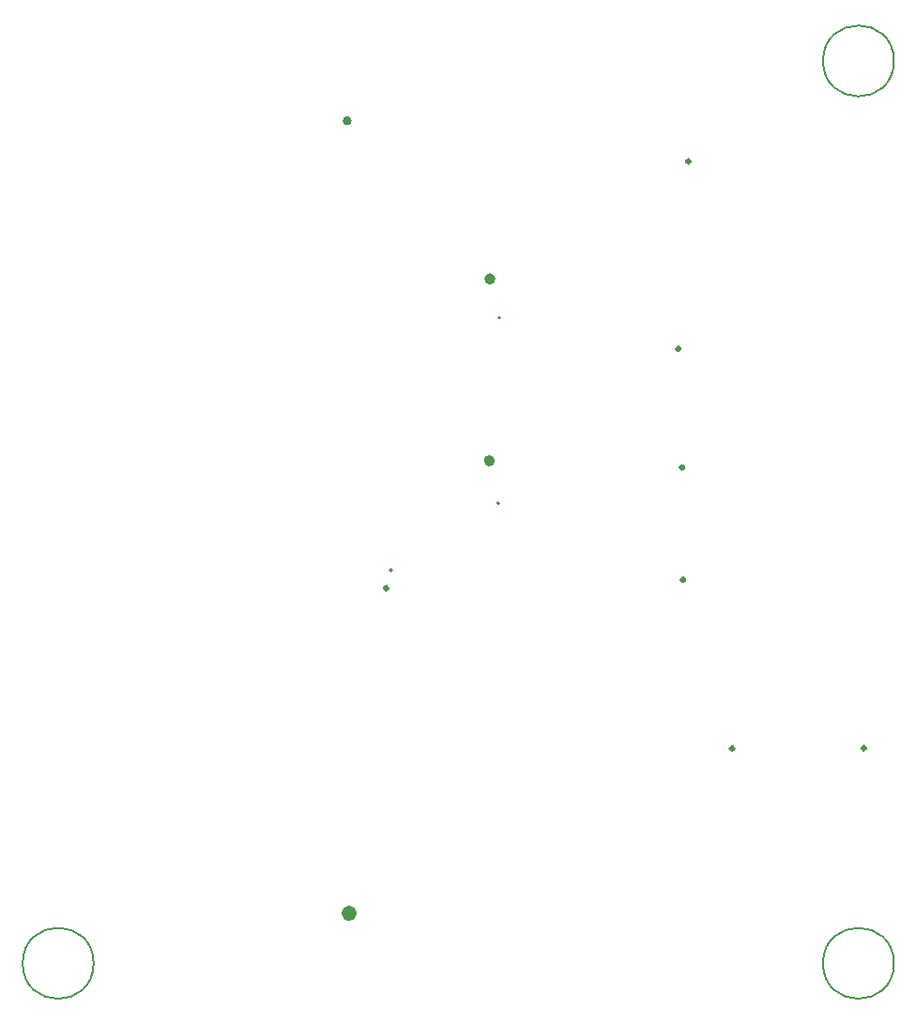
<source format=gbr>
%TF.GenerationSoftware,KiCad,Pcbnew,9.0.0*%
%TF.CreationDate,2025-08-03T03:58:21+03:00*%
%TF.ProjectId,HOT_AIRGUN_EXTRADOPE-rounded,484f545f-4149-4524-9755-4e5f45585452,rev?*%
%TF.SameCoordinates,Original*%
%TF.FileFunction,Other,Comment*%
%FSLAX46Y46*%
G04 Gerber Fmt 4.6, Leading zero omitted, Abs format (unit mm)*
G04 Created by KiCad (PCBNEW 9.0.0) date 2025-08-03 03:58:21*
%MOMM*%
%LPD*%
G01*
G04 APERTURE LIST*
%ADD10C,0.150000*%
%ADD11C,0.300000*%
%ADD12C,0.200000*%
%ADD13C,0.400000*%
%ADD14C,0.500000*%
%ADD15C,0.700000*%
G04 APERTURE END LIST*
D10*
%TO.C,H1*%
X79200000Y85200000D02*
G75*
G02*
X72800000Y85200000I-3200000J0D01*
G01*
X72800000Y85200000D02*
G75*
G02*
X79200000Y85200000I3200000J0D01*
G01*
D11*
%TO.C,Q7*%
X60250000Y48531075D02*
G75*
G02*
X59950000Y48531075I-150000J0D01*
G01*
X59950000Y48531075D02*
G75*
G02*
X60250000Y48531075I150000J0D01*
G01*
%TO.C,U6*%
X76640000Y23201075D02*
G75*
G02*
X76340000Y23201075I-150000J0D01*
G01*
X76340000Y23201075D02*
G75*
G02*
X76640000Y23201075I150000J0D01*
G01*
D12*
%TO.C,U3*%
X33925000Y39256075D02*
G75*
G02*
X33725000Y39256075I-100000J0D01*
G01*
X33725000Y39256075D02*
G75*
G02*
X33925000Y39256075I100000J0D01*
G01*
D11*
%TO.C,Q9*%
X59900000Y59231075D02*
G75*
G02*
X59600000Y59231075I-150000J0D01*
G01*
X59600000Y59231075D02*
G75*
G02*
X59900000Y59231075I150000J0D01*
G01*
D13*
%TO.C,U1*%
X30080000Y79801075D02*
G75*
G02*
X29680000Y79801075I-200000J0D01*
G01*
X29680000Y79801075D02*
G75*
G02*
X30080000Y79801075I200000J0D01*
G01*
D12*
%TO.C,Q5*%
X43600000Y45291075D02*
G75*
G02*
X43400000Y45291075I-100000J0D01*
G01*
X43400000Y45291075D02*
G75*
G02*
X43600000Y45291075I100000J0D01*
G01*
D14*
%TO.C,T1*%
X43000000Y65531075D02*
G75*
G02*
X42500000Y65531075I-250000J0D01*
G01*
X42500000Y65531075D02*
G75*
G02*
X43000000Y65531075I250000J0D01*
G01*
D10*
%TO.C,H3*%
X7000000Y3800000D02*
G75*
G02*
X600000Y3800000I-3200000J0D01*
G01*
X600000Y3800000D02*
G75*
G02*
X7000000Y3800000I3200000J0D01*
G01*
D11*
%TO.C,U5*%
X60795005Y76141075D02*
G75*
G02*
X60495005Y76141075I-150000J0D01*
G01*
X60495005Y76141075D02*
G75*
G02*
X60795005Y76141075I150000J0D01*
G01*
%TO.C,Q8*%
X60325000Y38381075D02*
G75*
G02*
X60025000Y38381075I-150000J0D01*
G01*
X60025000Y38381075D02*
G75*
G02*
X60325000Y38381075I150000J0D01*
G01*
%TO.C,U8*%
X64755000Y23176075D02*
G75*
G02*
X64455000Y23176075I-150000J0D01*
G01*
X64455000Y23176075D02*
G75*
G02*
X64755000Y23176075I150000J0D01*
G01*
D10*
%TO.C,H2*%
X79200000Y3800000D02*
G75*
G02*
X72800000Y3800000I-3200000J0D01*
G01*
X72800000Y3800000D02*
G75*
G02*
X79200000Y3800000I3200000J0D01*
G01*
D14*
%TO.C,T2*%
X42950000Y49131075D02*
G75*
G02*
X42450000Y49131075I-250000J0D01*
G01*
X42450000Y49131075D02*
G75*
G02*
X42950000Y49131075I250000J0D01*
G01*
D15*
%TO.C,U2*%
X30400000Y8306075D02*
G75*
G02*
X29700000Y8306075I-350000J0D01*
G01*
X29700000Y8306075D02*
G75*
G02*
X30400000Y8306075I350000J0D01*
G01*
D11*
%TO.C,U4*%
X33540000Y37626075D02*
G75*
G02*
X33240000Y37626075I-150000J0D01*
G01*
X33240000Y37626075D02*
G75*
G02*
X33540000Y37626075I150000J0D01*
G01*
D12*
%TO.C,Q6*%
X43700000Y62041075D02*
G75*
G02*
X43500000Y62041075I-100000J0D01*
G01*
X43500000Y62041075D02*
G75*
G02*
X43700000Y62041075I100000J0D01*
G01*
%TD*%
M02*

</source>
